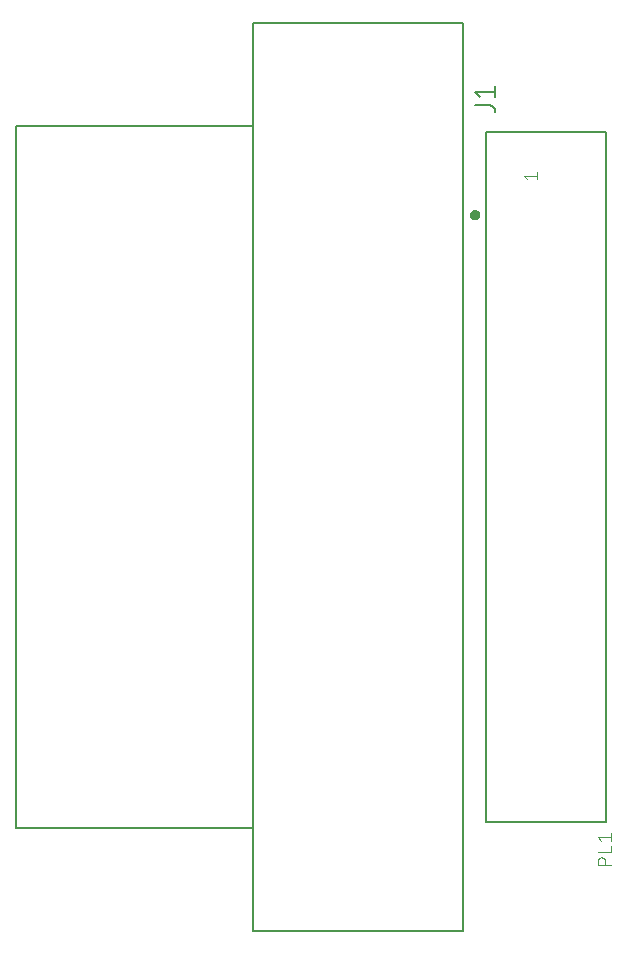
<source format=gbr>
G04 EAGLE Gerber RS-274X export*
G75*
%MOMM*%
%FSLAX34Y34*%
%LPD*%
%INSilkscreen Top*%
%IPPOS*%
%AMOC8*
5,1,8,0,0,1.08239X$1,22.5*%
G01*
%ADD10C,0.152400*%
%ADD11C,0.400000*%
%ADD12C,0.101600*%
%ADD13C,0.127000*%


D10*
X150500Y45500D02*
X150500Y814500D01*
X-28000Y814500D02*
X-28000Y45500D01*
X-28000Y814500D02*
X150500Y814500D01*
X150500Y45500D02*
X-28000Y45500D01*
X-27993Y126022D01*
X-28001Y133000D02*
X-27991Y133000D01*
X-27991Y212964D01*
X-28001Y727000D02*
X-228500Y727000D01*
X-228500Y133000D01*
X-28001Y133000D01*
X-28001Y213022D01*
D11*
X157860Y652250D02*
X157862Y652339D01*
X157868Y652428D01*
X157878Y652517D01*
X157892Y652605D01*
X157909Y652692D01*
X157931Y652778D01*
X157957Y652864D01*
X157986Y652948D01*
X158019Y653031D01*
X158055Y653112D01*
X158096Y653192D01*
X158139Y653269D01*
X158186Y653345D01*
X158237Y653418D01*
X158290Y653489D01*
X158347Y653558D01*
X158407Y653624D01*
X158470Y653688D01*
X158535Y653748D01*
X158603Y653806D01*
X158674Y653860D01*
X158747Y653911D01*
X158822Y653959D01*
X158899Y654004D01*
X158978Y654045D01*
X159059Y654082D01*
X159141Y654116D01*
X159225Y654147D01*
X159310Y654173D01*
X159396Y654196D01*
X159483Y654214D01*
X159571Y654229D01*
X159660Y654240D01*
X159749Y654247D01*
X159838Y654250D01*
X159927Y654249D01*
X160016Y654244D01*
X160104Y654235D01*
X160193Y654222D01*
X160280Y654205D01*
X160367Y654185D01*
X160453Y654160D01*
X160537Y654132D01*
X160620Y654100D01*
X160702Y654064D01*
X160782Y654025D01*
X160860Y653982D01*
X160936Y653936D01*
X161010Y653886D01*
X161082Y653833D01*
X161151Y653777D01*
X161218Y653718D01*
X161282Y653656D01*
X161343Y653592D01*
X161402Y653524D01*
X161457Y653454D01*
X161509Y653382D01*
X161558Y653307D01*
X161603Y653231D01*
X161645Y653152D01*
X161683Y653072D01*
X161718Y652990D01*
X161749Y652906D01*
X161777Y652821D01*
X161800Y652735D01*
X161820Y652648D01*
X161836Y652561D01*
X161848Y652472D01*
X161856Y652384D01*
X161860Y652295D01*
X161860Y652205D01*
X161856Y652116D01*
X161848Y652028D01*
X161836Y651939D01*
X161820Y651852D01*
X161800Y651765D01*
X161777Y651679D01*
X161749Y651594D01*
X161718Y651510D01*
X161683Y651428D01*
X161645Y651348D01*
X161603Y651269D01*
X161558Y651193D01*
X161509Y651118D01*
X161457Y651046D01*
X161402Y650976D01*
X161343Y650908D01*
X161282Y650844D01*
X161218Y650782D01*
X161151Y650723D01*
X161082Y650667D01*
X161010Y650614D01*
X160936Y650564D01*
X160860Y650518D01*
X160782Y650475D01*
X160702Y650436D01*
X160620Y650400D01*
X160537Y650368D01*
X160453Y650340D01*
X160367Y650315D01*
X160280Y650295D01*
X160193Y650278D01*
X160104Y650265D01*
X160016Y650256D01*
X159927Y650251D01*
X159838Y650250D01*
X159749Y650253D01*
X159660Y650260D01*
X159571Y650271D01*
X159483Y650286D01*
X159396Y650304D01*
X159310Y650327D01*
X159225Y650353D01*
X159141Y650384D01*
X159059Y650418D01*
X158978Y650455D01*
X158899Y650496D01*
X158822Y650541D01*
X158747Y650589D01*
X158674Y650640D01*
X158603Y650694D01*
X158535Y650752D01*
X158470Y650812D01*
X158407Y650876D01*
X158347Y650942D01*
X158290Y651011D01*
X158237Y651082D01*
X158186Y651155D01*
X158139Y651231D01*
X158096Y651308D01*
X158055Y651388D01*
X158019Y651469D01*
X157986Y651552D01*
X157957Y651636D01*
X157931Y651722D01*
X157909Y651808D01*
X157892Y651895D01*
X157878Y651983D01*
X157868Y652072D01*
X157862Y652161D01*
X157860Y652250D01*
D10*
X160685Y744740D02*
X173352Y744740D01*
X173470Y744738D01*
X173589Y744732D01*
X173707Y744723D01*
X173824Y744709D01*
X173942Y744692D01*
X174058Y744670D01*
X174174Y744645D01*
X174289Y744617D01*
X174403Y744584D01*
X174515Y744548D01*
X174627Y744508D01*
X174737Y744465D01*
X174846Y744417D01*
X174953Y744367D01*
X175058Y744313D01*
X175162Y744255D01*
X175263Y744194D01*
X175363Y744130D01*
X175460Y744063D01*
X175555Y743992D01*
X175648Y743919D01*
X175738Y743842D01*
X175826Y743762D01*
X175911Y743680D01*
X175993Y743595D01*
X176073Y743507D01*
X176150Y743417D01*
X176223Y743324D01*
X176294Y743229D01*
X176361Y743132D01*
X176425Y743032D01*
X176486Y742931D01*
X176544Y742827D01*
X176598Y742722D01*
X176648Y742615D01*
X176696Y742506D01*
X176739Y742396D01*
X176779Y742284D01*
X176815Y742172D01*
X176848Y742058D01*
X176876Y741943D01*
X176901Y741827D01*
X176923Y741711D01*
X176940Y741593D01*
X176954Y741476D01*
X176963Y741358D01*
X176969Y741239D01*
X176971Y741121D01*
X176971Y739312D01*
X164304Y751814D02*
X160685Y756338D01*
X176971Y756338D01*
X176971Y751814D02*
X176971Y760862D01*
D12*
X201458Y685326D02*
X204054Y682081D01*
X201458Y685326D02*
X213142Y685326D01*
X213142Y682081D02*
X213142Y688572D01*
D13*
X270800Y722100D02*
X270800Y137900D01*
X169200Y137900D01*
X169200Y722100D01*
X270800Y722100D01*
D12*
X275692Y101615D02*
X264008Y101615D01*
X264008Y104861D01*
X264010Y104974D01*
X264016Y105087D01*
X264026Y105200D01*
X264040Y105313D01*
X264057Y105425D01*
X264079Y105536D01*
X264104Y105646D01*
X264134Y105756D01*
X264167Y105864D01*
X264204Y105971D01*
X264244Y106077D01*
X264289Y106181D01*
X264337Y106284D01*
X264388Y106385D01*
X264443Y106484D01*
X264501Y106581D01*
X264563Y106676D01*
X264628Y106769D01*
X264696Y106859D01*
X264767Y106947D01*
X264842Y107033D01*
X264919Y107116D01*
X264999Y107196D01*
X265082Y107273D01*
X265168Y107348D01*
X265256Y107419D01*
X265346Y107487D01*
X265439Y107552D01*
X265534Y107614D01*
X265631Y107672D01*
X265730Y107727D01*
X265831Y107778D01*
X265934Y107826D01*
X266038Y107871D01*
X266144Y107911D01*
X266251Y107948D01*
X266359Y107981D01*
X266469Y108011D01*
X266579Y108036D01*
X266690Y108058D01*
X266802Y108075D01*
X266915Y108089D01*
X267028Y108099D01*
X267141Y108105D01*
X267254Y108107D01*
X267367Y108105D01*
X267480Y108099D01*
X267593Y108089D01*
X267706Y108075D01*
X267818Y108058D01*
X267929Y108036D01*
X268039Y108011D01*
X268149Y107981D01*
X268257Y107948D01*
X268364Y107911D01*
X268470Y107871D01*
X268574Y107826D01*
X268677Y107778D01*
X268778Y107727D01*
X268877Y107672D01*
X268974Y107614D01*
X269069Y107552D01*
X269162Y107487D01*
X269252Y107419D01*
X269340Y107348D01*
X269426Y107273D01*
X269509Y107196D01*
X269589Y107116D01*
X269666Y107033D01*
X269741Y106947D01*
X269812Y106859D01*
X269880Y106769D01*
X269945Y106676D01*
X270007Y106581D01*
X270065Y106484D01*
X270120Y106385D01*
X270171Y106284D01*
X270219Y106181D01*
X270264Y106077D01*
X270304Y105971D01*
X270341Y105864D01*
X270374Y105756D01*
X270404Y105646D01*
X270429Y105536D01*
X270451Y105425D01*
X270468Y105313D01*
X270482Y105200D01*
X270492Y105087D01*
X270498Y104974D01*
X270500Y104861D01*
X270499Y104861D02*
X270499Y101615D01*
X275692Y112899D02*
X264008Y112899D01*
X275692Y112899D02*
X275692Y118091D01*
X266604Y122401D02*
X264008Y125646D01*
X275692Y125646D01*
X275692Y122401D02*
X275692Y128892D01*
M02*

</source>
